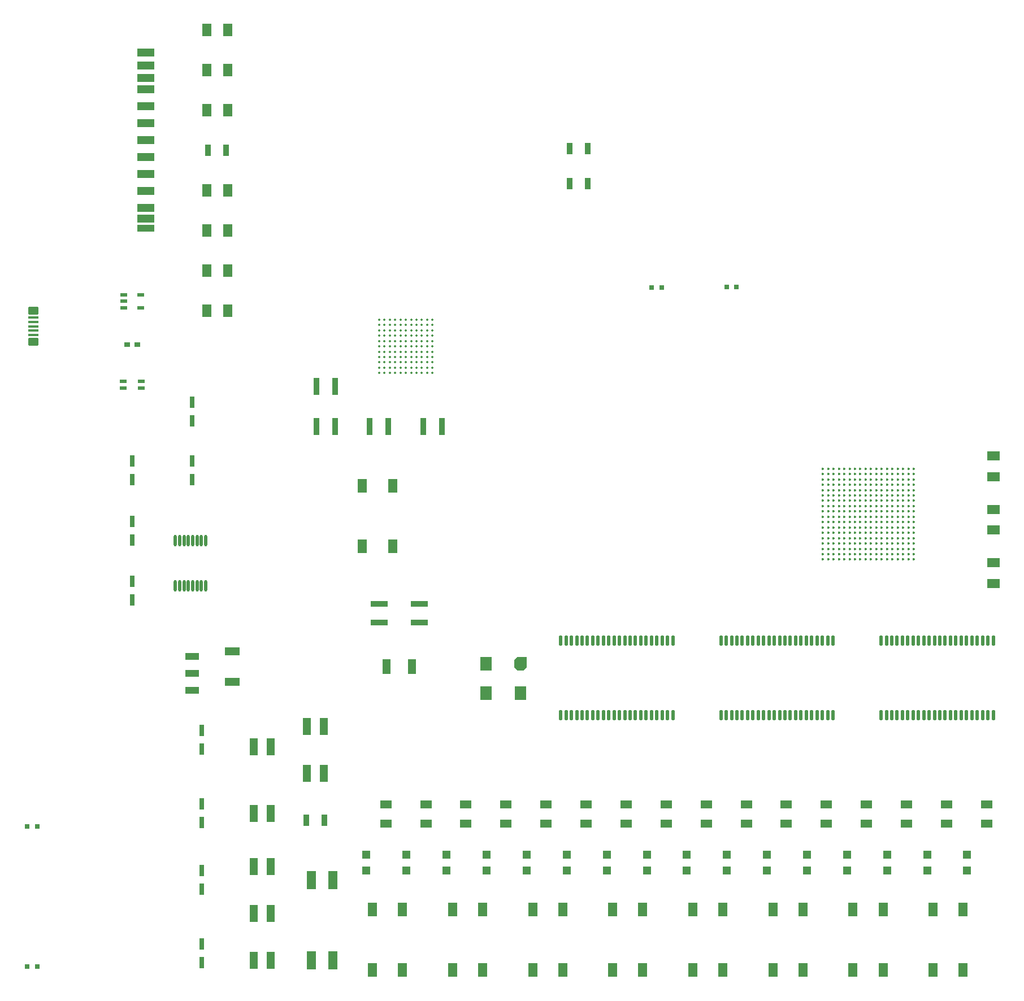
<source format=gtp>
%FSLAX44Y44*%
%MOMM*%
G71*
G01*
G75*
G04 Layer_Color=8421504*
%ADD10R,2.5000X1.2600*%
%ADD11R,2.5000X1.0000*%
%ADD12R,1.3000X1.3000*%
%ADD13R,2.6000X0.9500*%
%ADD14R,1.0000X1.0000*%
G04:AMPARAMS|DCode=15|XSize=1.8mm|YSize=2mm|CornerRadius=0mm|HoleSize=0mm|Usage=FLASHONLY|Rotation=180.000|XOffset=0mm|YOffset=0mm|HoleType=Round|Shape=Octagon|*
%AMOCTAGOND15*
4,1,8,0.4500,-1.0000,-0.4500,-1.0000,-0.9000,-0.5500,-0.9000,0.5500,-0.4500,1.0000,0.4500,1.0000,0.9000,0.5500,0.9000,-0.5500,0.4500,-1.0000,0.0*
%
%ADD15OCTAGOND15*%

%ADD16R,1.8000X2.0000*%
%ADD17O,0.4500X1.8000*%
%ADD18R,1.8000X1.1500*%
%ADD19R,0.9500X1.7000*%
%ADD20R,0.8000X0.8000*%
%ADD21R,1.3500X2.8000*%
%ADD22R,1.2000X2.6000*%
%ADD23R,0.7000X1.8000*%
%ADD24R,0.9500X2.6000*%
%ADD25C,0.3500*%
%ADD26R,1.3500X1.9000*%
%ADD27R,1.4000X2.1000*%
G04:AMPARAMS|DCode=28|XSize=1.5mm|YSize=0.35mm|CornerRadius=0.035mm|HoleSize=0mm|Usage=FLASHONLY|Rotation=0.000|XOffset=0mm|YOffset=0mm|HoleType=Round|Shape=RoundedRectangle|*
%AMROUNDEDRECTD28*
21,1,1.5000,0.2800,0,0,0.0*
21,1,1.4300,0.3500,0,0,0.0*
1,1,0.0700,0.7150,-0.1400*
1,1,0.0700,-0.7150,-0.1400*
1,1,0.0700,-0.7150,0.1400*
1,1,0.0700,0.7150,0.1400*
%
%ADD28ROUNDEDRECTD28*%
G04:AMPARAMS|DCode=29|XSize=1.5mm|YSize=1.2mm|CornerRadius=0.12mm|HoleSize=0mm|Usage=FLASHONLY|Rotation=0.000|XOffset=0mm|YOffset=0mm|HoleType=Round|Shape=RoundedRectangle|*
%AMROUNDEDRECTD29*
21,1,1.5000,0.9600,0,0,0.0*
21,1,1.2600,1.2000,0,0,0.0*
1,1,0.2400,0.6300,-0.4800*
1,1,0.2400,-0.6300,-0.4800*
1,1,0.2400,-0.6300,0.4800*
1,1,0.2400,0.6300,0.4800*
%
%ADD29ROUNDEDRECTD29*%
%ADD30R,0.8500X0.7000*%
%ADD31R,1.1176X0.6096*%
%ADD32R,1.1000X0.6000*%
%ADD33R,1.3000X2.2000*%
%ADD34O,0.5500X1.6000*%
%ADD35R,2.2000X1.2000*%
%ADD36R,2.0000X1.0000*%
%ADD37R,1.9000X1.3500*%
%ADD38C,0.3600*%
%ADD39C,0.1000*%
%ADD40C,0.2540*%
%ADD41C,1.5000*%
%ADD42C,1.5000*%
%ADD43O,4.0000X2.0000*%
%ADD44O,2.0000X4.0000*%
%ADD45O,2.0000X4.5000*%
%ADD46C,1.6000*%
%ADD47R,1.6000X1.6000*%
%ADD48R,1.5000X1.5000*%
G04:AMPARAMS|DCode=49|XSize=2.4mm|YSize=1.6mm|CornerRadius=0.4mm|HoleSize=0mm|Usage=FLASHONLY|Rotation=0.000|XOffset=0mm|YOffset=0mm|HoleType=Round|Shape=RoundedRectangle|*
%AMROUNDEDRECTD49*
21,1,2.4000,0.8000,0,0,0.0*
21,1,1.6000,1.6000,0,0,0.0*
1,1,0.8000,0.8000,-0.4000*
1,1,0.8000,-0.8000,-0.4000*
1,1,0.8000,-0.8000,0.4000*
1,1,0.8000,0.8000,0.4000*
%
%ADD49ROUNDEDRECTD49*%
%ADD50C,1.6900*%
%ADD51R,1.6900X1.6900*%
%ADD52C,4.7600*%
%ADD53R,1.5000X1.5000*%
%ADD54C,0.4000*%
%ADD55C,0.6000*%
%ADD56C,1.0160*%
%ADD57C,1.5080*%
%ADD58C,1.5080*%
%ADD59C,1.4080*%
%ADD60O,2.0080X1.3080*%
%ADD61C,1.5980*%
%ADD62C,3.7680*%
%ADD63C,0.7080*%
%ADD64C,0.2500*%
%ADD65C,0.6000*%
%ADD66C,0.2000*%
%ADD67C,0.0500*%
%ADD68C,0.1500*%
D10*
X750000Y2168390D02*
D03*
Y2193790D02*
D03*
Y2219190D02*
D03*
Y2142990D02*
D03*
Y2117590D02*
D03*
Y2101080D02*
D03*
Y2244590D02*
D03*
Y2269990D02*
D03*
Y2295390D02*
D03*
Y2311900D02*
D03*
Y2330950D02*
D03*
Y2350000D02*
D03*
D11*
Y2087110D02*
D03*
D12*
X1981000Y1124000D02*
D03*
Y1148000D02*
D03*
X1921000Y1124000D02*
D03*
Y1148000D02*
D03*
X1861000Y1124000D02*
D03*
Y1148000D02*
D03*
X1801000Y1124000D02*
D03*
Y1148000D02*
D03*
X1741000Y1124000D02*
D03*
Y1148000D02*
D03*
X1681000Y1124000D02*
D03*
Y1148000D02*
D03*
X1621000Y1124000D02*
D03*
Y1148000D02*
D03*
X1561000Y1124000D02*
D03*
Y1148000D02*
D03*
X1501000Y1124000D02*
D03*
Y1148000D02*
D03*
X1441000Y1124000D02*
D03*
Y1148000D02*
D03*
X1381000Y1124000D02*
D03*
Y1148000D02*
D03*
X1321000Y1124000D02*
D03*
Y1148000D02*
D03*
X1261000Y1124000D02*
D03*
Y1148000D02*
D03*
X1201000Y1124000D02*
D03*
Y1148000D02*
D03*
X1141000Y1124000D02*
D03*
Y1148000D02*
D03*
X1081000Y1124000D02*
D03*
Y1148000D02*
D03*
D13*
X1160000Y1524000D02*
D03*
Y1496000D02*
D03*
X1100000D02*
D03*
Y1524000D02*
D03*
D14*
X1316000Y1439000D02*
D03*
D15*
X1312000Y1434000D02*
D03*
D16*
X1260000Y1390000D02*
D03*
X1312000D02*
D03*
X1260000Y1434000D02*
D03*
D17*
X840250Y1619000D02*
D03*
X833750D02*
D03*
X827250D02*
D03*
X820750D02*
D03*
X814250D02*
D03*
X807750D02*
D03*
X801250D02*
D03*
X794750D02*
D03*
X840250Y1551000D02*
D03*
X833750D02*
D03*
X827250D02*
D03*
X820750D02*
D03*
X814250D02*
D03*
X807750D02*
D03*
X801250D02*
D03*
X794750D02*
D03*
D18*
X2010000Y1194500D02*
D03*
Y1223500D02*
D03*
X1950000Y1194500D02*
D03*
Y1223500D02*
D03*
X1890000Y1194500D02*
D03*
Y1223500D02*
D03*
X1830000Y1194500D02*
D03*
Y1223500D02*
D03*
X1770000Y1194500D02*
D03*
Y1223500D02*
D03*
X1710000Y1194500D02*
D03*
Y1223500D02*
D03*
X1650000Y1194500D02*
D03*
Y1223500D02*
D03*
X1590000Y1194500D02*
D03*
Y1223500D02*
D03*
X1530000Y1194500D02*
D03*
Y1223500D02*
D03*
X1470000Y1194500D02*
D03*
Y1223500D02*
D03*
X1410000Y1194500D02*
D03*
Y1223500D02*
D03*
X1350000Y1194500D02*
D03*
Y1223500D02*
D03*
X1290000Y1194500D02*
D03*
Y1223500D02*
D03*
X1230000Y1194500D02*
D03*
Y1223500D02*
D03*
X1170000Y1194500D02*
D03*
Y1223500D02*
D03*
X1110000Y1194500D02*
D03*
Y1223500D02*
D03*
D19*
X1385500Y2206000D02*
D03*
X1412500D02*
D03*
Y2154000D02*
D03*
X1385500D02*
D03*
X1018100Y1200000D02*
D03*
X991100D02*
D03*
X870800Y2203810D02*
D03*
X843800D02*
D03*
D20*
X1523500Y1998000D02*
D03*
X1508500D02*
D03*
X1635500Y1999000D02*
D03*
X1620500D02*
D03*
X572500Y980000D02*
D03*
X587500D02*
D03*
X572500Y1190000D02*
D03*
X587500D02*
D03*
D21*
X998600Y990000D02*
D03*
X1030600D02*
D03*
X998600Y1110000D02*
D03*
X1030600D02*
D03*
D22*
X937350Y990000D02*
D03*
X911850D02*
D03*
X937350Y1060000D02*
D03*
X911850D02*
D03*
X937350Y1130000D02*
D03*
X911850D02*
D03*
X937350Y1310000D02*
D03*
X911850D02*
D03*
X1017350Y1340000D02*
D03*
X991850D02*
D03*
X937350Y1210000D02*
D03*
X911850D02*
D03*
X1017350Y1270000D02*
D03*
X991850D02*
D03*
D23*
X834600Y1124000D02*
D03*
Y1096000D02*
D03*
Y1014000D02*
D03*
Y986000D02*
D03*
Y1334000D02*
D03*
Y1306000D02*
D03*
Y1224000D02*
D03*
Y1196000D02*
D03*
X820000Y1826500D02*
D03*
Y1798500D02*
D03*
X729750Y1738000D02*
D03*
Y1710000D02*
D03*
Y1648000D02*
D03*
Y1620000D02*
D03*
X820000Y1738000D02*
D03*
Y1710000D02*
D03*
X729750Y1558000D02*
D03*
Y1530000D02*
D03*
D24*
X1034000Y1850000D02*
D03*
X1006000D02*
D03*
X1034000Y1790000D02*
D03*
X1006000D02*
D03*
X1114000D02*
D03*
X1086000D02*
D03*
X1194000D02*
D03*
X1166000D02*
D03*
D25*
X1180000Y1870000D02*
D03*
X1172000D02*
D03*
X1164000D02*
D03*
X1156000D02*
D03*
X1148000D02*
D03*
X1140000D02*
D03*
X1132000D02*
D03*
X1124000D02*
D03*
X1116000D02*
D03*
X1108000D02*
D03*
X1100000D02*
D03*
X1180000Y1878000D02*
D03*
X1172000D02*
D03*
X1164000D02*
D03*
X1156000D02*
D03*
X1148000D02*
D03*
X1140000D02*
D03*
X1132000D02*
D03*
X1124000D02*
D03*
X1116000D02*
D03*
X1108000D02*
D03*
X1100000D02*
D03*
X1180000Y1886000D02*
D03*
X1172000D02*
D03*
X1164000D02*
D03*
X1156000D02*
D03*
X1148000D02*
D03*
X1140000D02*
D03*
X1132000D02*
D03*
X1124000D02*
D03*
X1116000D02*
D03*
X1108000D02*
D03*
X1100000D02*
D03*
X1180000Y1894000D02*
D03*
X1172000D02*
D03*
X1164000D02*
D03*
X1156000D02*
D03*
X1148000D02*
D03*
X1140000D02*
D03*
X1132000D02*
D03*
X1124000D02*
D03*
X1116000D02*
D03*
X1108000D02*
D03*
X1100000D02*
D03*
X1180000Y1902000D02*
D03*
X1172000D02*
D03*
X1164000D02*
D03*
X1156000D02*
D03*
X1148000D02*
D03*
X1140000D02*
D03*
X1132000D02*
D03*
X1124000D02*
D03*
X1116000D02*
D03*
X1108000D02*
D03*
X1100000D02*
D03*
X1180000Y1910000D02*
D03*
X1172000D02*
D03*
X1164000D02*
D03*
X1156000D02*
D03*
X1148000D02*
D03*
X1140000D02*
D03*
X1132000D02*
D03*
X1124000D02*
D03*
X1116000D02*
D03*
X1108000D02*
D03*
X1100000D02*
D03*
X1180000Y1918000D02*
D03*
X1172000D02*
D03*
X1164000D02*
D03*
X1156000D02*
D03*
X1148000D02*
D03*
X1140000D02*
D03*
X1132000D02*
D03*
X1124000D02*
D03*
X1116000D02*
D03*
X1108000D02*
D03*
X1100000D02*
D03*
X1180000Y1926000D02*
D03*
X1172000D02*
D03*
X1164000D02*
D03*
X1156000D02*
D03*
X1148000D02*
D03*
X1140000D02*
D03*
X1132000D02*
D03*
X1124000D02*
D03*
X1116000D02*
D03*
X1108000D02*
D03*
X1100000D02*
D03*
X1180000Y1934000D02*
D03*
X1172000D02*
D03*
X1164000D02*
D03*
X1156000D02*
D03*
X1148000D02*
D03*
X1140000D02*
D03*
X1132000D02*
D03*
X1124000D02*
D03*
X1116000D02*
D03*
X1108000D02*
D03*
X1100000D02*
D03*
X1180000Y1942000D02*
D03*
X1172000D02*
D03*
X1164000D02*
D03*
X1156000D02*
D03*
X1148000D02*
D03*
X1140000D02*
D03*
X1132000D02*
D03*
X1124000D02*
D03*
X1116000D02*
D03*
X1108000D02*
D03*
X1100000D02*
D03*
X1180000Y1950000D02*
D03*
X1172000D02*
D03*
X1164000D02*
D03*
X1156000D02*
D03*
X1148000D02*
D03*
X1140000D02*
D03*
X1132000D02*
D03*
X1124000D02*
D03*
X1116000D02*
D03*
X1108000D02*
D03*
X1100000D02*
D03*
D26*
X841800Y2263810D02*
D03*
X872800D02*
D03*
X841800Y2323810D02*
D03*
X872800D02*
D03*
X841800Y2383810D02*
D03*
X872800D02*
D03*
X841800Y1963810D02*
D03*
X872800D02*
D03*
X841800Y2023810D02*
D03*
X872800D02*
D03*
X841800Y2083810D02*
D03*
X872800D02*
D03*
X841800Y2143810D02*
D03*
X872800D02*
D03*
D27*
X1930000Y975000D02*
D03*
Y1066000D02*
D03*
X1975000D02*
D03*
Y975000D02*
D03*
X1810000D02*
D03*
Y1066000D02*
D03*
X1855000D02*
D03*
Y975000D02*
D03*
X1690000D02*
D03*
Y1066000D02*
D03*
X1735000D02*
D03*
Y975000D02*
D03*
X1570000D02*
D03*
Y1066000D02*
D03*
X1615000D02*
D03*
Y975000D02*
D03*
X1450000D02*
D03*
Y1066000D02*
D03*
X1495000D02*
D03*
Y975000D02*
D03*
X1330000D02*
D03*
Y1066000D02*
D03*
X1375000D02*
D03*
Y975000D02*
D03*
X1210000D02*
D03*
Y1066000D02*
D03*
X1255000D02*
D03*
Y975000D02*
D03*
X1090000D02*
D03*
Y1066000D02*
D03*
X1135000D02*
D03*
Y975000D02*
D03*
X1120000Y1701000D02*
D03*
Y1610000D02*
D03*
X1075000D02*
D03*
Y1701000D02*
D03*
D28*
X582001Y1927000D02*
D03*
Y1933500D02*
D03*
Y1940000D02*
D03*
Y1946500D02*
D03*
Y1953000D02*
D03*
D29*
Y1916500D02*
D03*
Y1963500D02*
D03*
D30*
X722250Y1912500D02*
D03*
X737750D02*
D03*
D31*
X742500Y1987000D02*
D03*
Y1968000D02*
D03*
X717500Y1977500D02*
D03*
Y1968000D02*
D03*
Y1987000D02*
D03*
D32*
X716500Y1857500D02*
D03*
Y1847500D02*
D03*
X743500Y1857500D02*
D03*
Y1847500D02*
D03*
D33*
X1149000Y1430000D02*
D03*
X1111000D02*
D03*
D34*
X1372000Y1357000D02*
D03*
X1380000D02*
D03*
X1388000D02*
D03*
X1396000D02*
D03*
X1404000D02*
D03*
X1412000D02*
D03*
X1420000D02*
D03*
X1428000D02*
D03*
X1436000D02*
D03*
X1444000D02*
D03*
X1452000D02*
D03*
X1460000D02*
D03*
X1468000D02*
D03*
X1476000D02*
D03*
X1484000D02*
D03*
X1492000D02*
D03*
X1500000D02*
D03*
X1508000D02*
D03*
X1516000D02*
D03*
X1524000D02*
D03*
X1532000D02*
D03*
X1540000D02*
D03*
X1372000Y1469000D02*
D03*
X1380000D02*
D03*
X1388000D02*
D03*
X1396000D02*
D03*
X1404000D02*
D03*
X1412000D02*
D03*
X1420000D02*
D03*
X1428000D02*
D03*
X1436000D02*
D03*
X1444000D02*
D03*
X1452000D02*
D03*
X1460000D02*
D03*
X1468000D02*
D03*
X1476000D02*
D03*
X1484000D02*
D03*
X1492000D02*
D03*
X1500000D02*
D03*
X1508000D02*
D03*
X1516000D02*
D03*
X1524000D02*
D03*
X1532000D02*
D03*
X1540000D02*
D03*
X1612000Y1357000D02*
D03*
X1620000D02*
D03*
X1628000D02*
D03*
X1636000D02*
D03*
X1644000D02*
D03*
X1652000D02*
D03*
X1660000D02*
D03*
X1668000D02*
D03*
X1676000D02*
D03*
X1684000D02*
D03*
X1692000D02*
D03*
X1700000D02*
D03*
X1708000D02*
D03*
X1716000D02*
D03*
X1724000D02*
D03*
X1732000D02*
D03*
X1740000D02*
D03*
X1748000D02*
D03*
X1756000D02*
D03*
X1764000D02*
D03*
X1772000D02*
D03*
X1780000D02*
D03*
X1612000Y1469000D02*
D03*
X1620000D02*
D03*
X1628000D02*
D03*
X1636000D02*
D03*
X1644000D02*
D03*
X1652000D02*
D03*
X1660000D02*
D03*
X1668000D02*
D03*
X1676000D02*
D03*
X1684000D02*
D03*
X1692000D02*
D03*
X1700000D02*
D03*
X1708000D02*
D03*
X1716000D02*
D03*
X1724000D02*
D03*
X1732000D02*
D03*
X1740000D02*
D03*
X1748000D02*
D03*
X1756000D02*
D03*
X1764000D02*
D03*
X1772000D02*
D03*
X1780000D02*
D03*
X1852000Y1357000D02*
D03*
X1860000D02*
D03*
X1868000D02*
D03*
X1876000D02*
D03*
X1884000D02*
D03*
X1892000D02*
D03*
X1900000D02*
D03*
X1908000D02*
D03*
X1916000D02*
D03*
X1924000D02*
D03*
X1932000D02*
D03*
X1940000D02*
D03*
X1948000D02*
D03*
X1956000D02*
D03*
X1964000D02*
D03*
X1972000D02*
D03*
X1980000D02*
D03*
X1988000D02*
D03*
X1996000D02*
D03*
X2004000D02*
D03*
X2012000D02*
D03*
X2020000D02*
D03*
X1852000Y1469000D02*
D03*
X1860000D02*
D03*
X1868000D02*
D03*
X1876000D02*
D03*
X1884000D02*
D03*
X1892000D02*
D03*
X1900000D02*
D03*
X1908000D02*
D03*
X1916000D02*
D03*
X1924000D02*
D03*
X1932000D02*
D03*
X1940000D02*
D03*
X1948000D02*
D03*
X1956000D02*
D03*
X1964000D02*
D03*
X1972000D02*
D03*
X1980000D02*
D03*
X1988000D02*
D03*
X1996000D02*
D03*
X2004000D02*
D03*
X2012000D02*
D03*
X2020000D02*
D03*
D35*
X880000Y1407500D02*
D03*
Y1452550D02*
D03*
D36*
X820000Y1445550D02*
D03*
Y1394750D02*
D03*
Y1420150D02*
D03*
D37*
X2020000Y1714500D02*
D03*
Y1745500D02*
D03*
Y1665500D02*
D03*
Y1634500D02*
D03*
Y1585500D02*
D03*
Y1554500D02*
D03*
D38*
X1765000Y1726500D02*
D03*
X1773000D02*
D03*
X1781000D02*
D03*
X1789000D02*
D03*
X1797000D02*
D03*
X1805000D02*
D03*
X1813000D02*
D03*
X1821000D02*
D03*
X1829000D02*
D03*
X1837000D02*
D03*
X1845000D02*
D03*
X1853000D02*
D03*
X1861000D02*
D03*
X1869000D02*
D03*
X1877000D02*
D03*
X1885000D02*
D03*
X1893000D02*
D03*
X1901000D02*
D03*
X1765000Y1718500D02*
D03*
X1773000D02*
D03*
X1781000D02*
D03*
X1789000D02*
D03*
X1797000D02*
D03*
X1805000D02*
D03*
X1813000D02*
D03*
X1821000D02*
D03*
X1829000D02*
D03*
X1837000D02*
D03*
X1845000D02*
D03*
X1853000D02*
D03*
X1861000D02*
D03*
X1869000D02*
D03*
X1877000D02*
D03*
X1885000D02*
D03*
X1893000D02*
D03*
X1901000D02*
D03*
X1765000Y1710500D02*
D03*
X1773000D02*
D03*
X1781000D02*
D03*
X1789000D02*
D03*
X1797000D02*
D03*
X1805000D02*
D03*
X1813000D02*
D03*
X1821000D02*
D03*
X1829000D02*
D03*
X1837000D02*
D03*
X1845000D02*
D03*
X1853000D02*
D03*
X1861000D02*
D03*
X1869000D02*
D03*
X1877000D02*
D03*
X1885000D02*
D03*
X1893000D02*
D03*
X1901000D02*
D03*
X1765000Y1702500D02*
D03*
X1773000D02*
D03*
X1781000D02*
D03*
X1789000D02*
D03*
X1797000D02*
D03*
X1805000D02*
D03*
X1813000D02*
D03*
X1821000D02*
D03*
X1829000D02*
D03*
X1837000D02*
D03*
X1845000D02*
D03*
X1853000D02*
D03*
X1861000D02*
D03*
X1869000D02*
D03*
X1877000D02*
D03*
X1885000D02*
D03*
X1893000D02*
D03*
X1901000D02*
D03*
X1765000Y1694500D02*
D03*
X1773000D02*
D03*
X1781000D02*
D03*
X1789000D02*
D03*
X1797000D02*
D03*
X1805000D02*
D03*
X1813000D02*
D03*
X1821000D02*
D03*
X1829000D02*
D03*
X1837000D02*
D03*
X1845000D02*
D03*
X1853000D02*
D03*
X1861000D02*
D03*
X1869000D02*
D03*
X1877000D02*
D03*
X1885000D02*
D03*
X1893000D02*
D03*
X1901000D02*
D03*
X1765000Y1686500D02*
D03*
X1773000D02*
D03*
X1781000D02*
D03*
X1789000D02*
D03*
X1797000D02*
D03*
X1805000D02*
D03*
X1813000D02*
D03*
X1821000D02*
D03*
X1829000D02*
D03*
X1837000D02*
D03*
X1845000D02*
D03*
X1853000D02*
D03*
X1861000D02*
D03*
X1869000D02*
D03*
X1877000D02*
D03*
X1885000D02*
D03*
X1893000D02*
D03*
X1901000D02*
D03*
X1765000Y1678500D02*
D03*
X1773000D02*
D03*
X1781000D02*
D03*
X1789000D02*
D03*
X1797000D02*
D03*
X1805000D02*
D03*
X1813000D02*
D03*
X1821000D02*
D03*
X1829000D02*
D03*
X1837000D02*
D03*
X1845000D02*
D03*
X1853000D02*
D03*
X1861000D02*
D03*
X1869000D02*
D03*
X1877000D02*
D03*
X1885000D02*
D03*
X1893000D02*
D03*
X1901000D02*
D03*
X1765000Y1670500D02*
D03*
X1773000D02*
D03*
X1781000D02*
D03*
X1789000D02*
D03*
X1797000D02*
D03*
X1805000D02*
D03*
X1813000D02*
D03*
X1821000D02*
D03*
X1829000D02*
D03*
X1837000D02*
D03*
X1845000D02*
D03*
X1853000D02*
D03*
X1861000D02*
D03*
X1869000D02*
D03*
X1877000D02*
D03*
X1885000D02*
D03*
X1893000D02*
D03*
X1901000D02*
D03*
X1765000Y1662500D02*
D03*
X1773000D02*
D03*
X1781000D02*
D03*
X1789000D02*
D03*
X1797000D02*
D03*
X1805000D02*
D03*
X1813000D02*
D03*
X1821000D02*
D03*
X1829000D02*
D03*
X1837000D02*
D03*
X1845000D02*
D03*
X1853000D02*
D03*
X1861000D02*
D03*
X1869000D02*
D03*
X1877000D02*
D03*
X1885000D02*
D03*
X1893000D02*
D03*
X1901000D02*
D03*
X1765000Y1654500D02*
D03*
X1773000D02*
D03*
X1781000D02*
D03*
X1789000D02*
D03*
X1797000D02*
D03*
X1805000D02*
D03*
X1813000D02*
D03*
X1821000D02*
D03*
X1829000D02*
D03*
X1837000D02*
D03*
X1845000D02*
D03*
X1853000D02*
D03*
X1861000D02*
D03*
X1869000D02*
D03*
X1877000D02*
D03*
X1885000D02*
D03*
X1893000D02*
D03*
X1901000D02*
D03*
X1765000Y1646500D02*
D03*
X1773000D02*
D03*
X1781000D02*
D03*
X1789000D02*
D03*
X1797000D02*
D03*
X1805000D02*
D03*
X1813000D02*
D03*
X1821000D02*
D03*
X1829000D02*
D03*
X1837000D02*
D03*
X1845000D02*
D03*
X1853000D02*
D03*
X1861000D02*
D03*
X1869000D02*
D03*
X1877000D02*
D03*
X1885000D02*
D03*
X1893000D02*
D03*
X1901000D02*
D03*
X1765000Y1638500D02*
D03*
X1773000D02*
D03*
X1781000D02*
D03*
X1789000D02*
D03*
X1797000D02*
D03*
X1805000D02*
D03*
X1813000D02*
D03*
X1821000D02*
D03*
X1829000D02*
D03*
X1837000D02*
D03*
X1845000D02*
D03*
X1853000D02*
D03*
X1861000D02*
D03*
X1869000D02*
D03*
X1877000D02*
D03*
X1885000D02*
D03*
X1893000D02*
D03*
X1901000D02*
D03*
X1765000Y1630500D02*
D03*
X1773000D02*
D03*
X1781000D02*
D03*
X1789000D02*
D03*
X1797000D02*
D03*
X1805000D02*
D03*
X1813000D02*
D03*
X1821000D02*
D03*
X1829000D02*
D03*
X1837000D02*
D03*
X1845000D02*
D03*
X1853000D02*
D03*
X1861000D02*
D03*
X1869000D02*
D03*
X1877000D02*
D03*
X1885000D02*
D03*
X1893000D02*
D03*
X1901000D02*
D03*
X1765000Y1622500D02*
D03*
X1773000D02*
D03*
X1781000D02*
D03*
X1789000D02*
D03*
X1797000D02*
D03*
X1805000D02*
D03*
X1813000D02*
D03*
X1821000D02*
D03*
X1829000D02*
D03*
X1837000D02*
D03*
X1845000D02*
D03*
X1853000D02*
D03*
X1861000D02*
D03*
X1869000D02*
D03*
X1877000D02*
D03*
X1885000D02*
D03*
X1893000D02*
D03*
X1901000D02*
D03*
X1765000Y1614500D02*
D03*
X1773000D02*
D03*
X1781000D02*
D03*
X1789000D02*
D03*
X1797000D02*
D03*
X1805000D02*
D03*
X1813000D02*
D03*
X1821000D02*
D03*
X1829000D02*
D03*
X1837000D02*
D03*
X1845000D02*
D03*
X1853000D02*
D03*
X1861000D02*
D03*
X1869000D02*
D03*
X1877000D02*
D03*
X1885000D02*
D03*
X1893000D02*
D03*
X1901000D02*
D03*
X1765000Y1606500D02*
D03*
X1773000D02*
D03*
X1781000D02*
D03*
X1789000D02*
D03*
X1797000D02*
D03*
X1805000D02*
D03*
X1813000D02*
D03*
X1821000D02*
D03*
X1829000D02*
D03*
X1837000D02*
D03*
X1845000D02*
D03*
X1853000D02*
D03*
X1861000D02*
D03*
X1869000D02*
D03*
X1877000D02*
D03*
X1885000D02*
D03*
X1893000D02*
D03*
X1901000D02*
D03*
X1765000Y1598500D02*
D03*
X1773000D02*
D03*
X1781000D02*
D03*
X1789000D02*
D03*
X1797000D02*
D03*
X1805000D02*
D03*
X1813000D02*
D03*
X1821000D02*
D03*
X1829000D02*
D03*
X1837000D02*
D03*
X1845000D02*
D03*
X1853000D02*
D03*
X1861000D02*
D03*
X1869000D02*
D03*
X1877000D02*
D03*
X1885000D02*
D03*
X1893000D02*
D03*
X1901000D02*
D03*
X1765000Y1590500D02*
D03*
X1773000D02*
D03*
X1781000D02*
D03*
X1789000D02*
D03*
X1797000D02*
D03*
X1805000D02*
D03*
X1813000D02*
D03*
X1821000D02*
D03*
X1829000D02*
D03*
X1837000D02*
D03*
X1845000D02*
D03*
X1853000D02*
D03*
X1861000D02*
D03*
X1869000D02*
D03*
X1877000D02*
D03*
X1885000D02*
D03*
X1893000D02*
D03*
X1901000D02*
D03*
M02*

</source>
